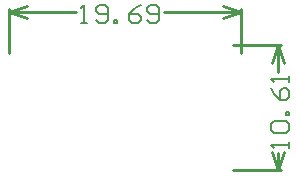
<source format=gm1>
G04*
G04 #@! TF.GenerationSoftware,Altium Limited,Altium Designer,18.1.7 (191)*
G04*
G04 Layer_Color=16711935*
%FSAX25Y25*%
%MOIN*%
G70*
G01*
G75*
%ADD10C,0.01000*%
%ADD23C,0.00600*%
D10*
X0244264Y0220000D02*
X0246264Y0214000D01*
X0242264D02*
X0244264Y0220000D01*
X0242264Y0184228D02*
X0244264Y0178228D01*
X0246264Y0184228D01*
X0244264Y0211110D02*
Y0220000D01*
Y0178228D02*
Y0183918D01*
X0229463Y0220000D02*
X0245264D01*
X0229463Y0178228D02*
X0245264D01*
X0154500Y0230984D02*
X0160500Y0232984D01*
X0154500Y0230984D02*
X0160500Y0228984D01*
X0226000D02*
X0232000Y0230984D01*
X0226000Y0232984D02*
X0232000Y0230984D01*
X0154500D02*
X0177054D01*
X0206246D02*
X0232000D01*
X0154500Y0217463D02*
Y0231984D01*
X0232000Y0217463D02*
Y0231984D01*
D23*
X0247863Y0185518D02*
Y0187517D01*
Y0186518D01*
X0241865D01*
X0242864Y0185518D01*
Y0190516D02*
X0241865Y0191516D01*
Y0193516D01*
X0242864Y0194515D01*
X0246863D01*
X0247863Y0193516D01*
Y0191516D01*
X0246863Y0190516D01*
X0242864D01*
X0247863Y0196514D02*
X0246863D01*
Y0197514D01*
X0247863D01*
Y0196514D01*
X0241865Y0205512D02*
X0242864Y0203512D01*
X0244864Y0201513D01*
X0246863D01*
X0247863Y0202513D01*
Y0204512D01*
X0246863Y0205512D01*
X0245864D01*
X0244864Y0204512D01*
Y0201513D01*
X0247863Y0207511D02*
Y0209510D01*
Y0208511D01*
X0241865D01*
X0242864Y0207511D01*
X0178654Y0227385D02*
X0180654D01*
X0179654D01*
Y0233383D01*
X0178654Y0232384D01*
X0183653Y0228385D02*
X0184652Y0227385D01*
X0186652D01*
X0187651Y0228385D01*
Y0232384D01*
X0186652Y0233383D01*
X0184652D01*
X0183653Y0232384D01*
Y0231384D01*
X0184652Y0230384D01*
X0187651D01*
X0189651Y0227385D02*
Y0228385D01*
X0190650D01*
Y0227385D01*
X0189651D01*
X0198648Y0233383D02*
X0196648Y0232384D01*
X0194649Y0230384D01*
Y0228385D01*
X0195649Y0227385D01*
X0197648D01*
X0198648Y0228385D01*
Y0229385D01*
X0197648Y0230384D01*
X0194649D01*
X0200647Y0228385D02*
X0201647Y0227385D01*
X0203646D01*
X0204646Y0228385D01*
Y0232384D01*
X0203646Y0233383D01*
X0201647D01*
X0200647Y0232384D01*
Y0231384D01*
X0201647Y0230384D01*
X0204646D01*
M02*

</source>
